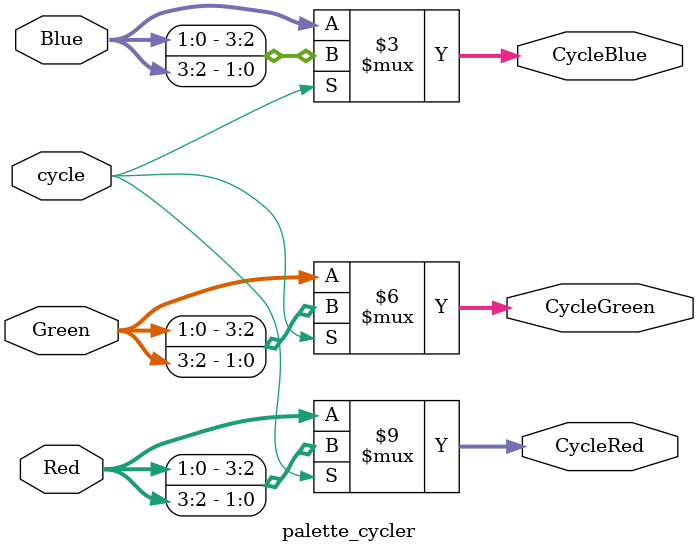
<source format=sv>

module palette_cycler(
    input logic [3:0] Red, Green, Blue,
    input logic cycle,
    output logic [3:0] CycleRed, CycleGreen, CycleBlue
    );
    
    always_comb begin
        if (cycle) begin
            CycleRed = {Red[1:0], Red[3:2]};
            CycleGreen = {Green[1:0], Green[3:2]};
            CycleBlue = {Blue[1:0], Blue[3:2]};
        end
        else begin
            CycleRed = Red;
            CycleGreen = Green;
            CycleBlue = Blue;
        end
    end
    
endmodule

</source>
